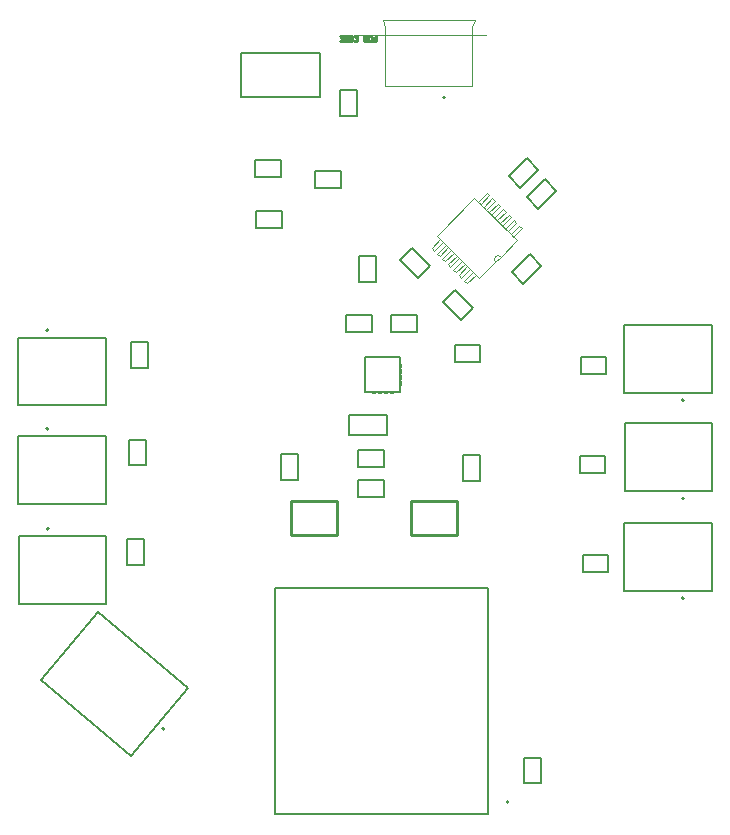
<source format=gbr>
%TF.GenerationSoftware,Altium Limited,Altium Designer,20.0.13 (296)*%
G04 Layer_Color=16711935*
%FSLAX45Y45*%
%MOMM*%
%TF.FileFunction,Other,Mechanical_13*%
%TF.Part,Single*%
G01*
G75*
%TA.AperFunction,NonConductor*%
%ADD65C,0.20000*%
%ADD66C,0.12700*%
%ADD67C,0.10000*%
%ADD92C,0.25400*%
%ADD112C,0.00000*%
D65*
X13091000Y8770300D02*
G03*
X13091000Y8770300I-10000J0D01*
G01*
X13094080Y7940560D02*
G03*
X13094080Y7940560I-10000J0D01*
G01*
X13091000Y7093900D02*
G03*
X13091000Y7093900I-10000J0D01*
G01*
X7710740Y9365300D02*
G03*
X7710740Y9365300I-10000J0D01*
G01*
X7710200Y8529640D02*
G03*
X7710200Y8529640I-10000J0D01*
G01*
X7715280Y7683820D02*
G03*
X7715280Y7683820I-10000J0D01*
G01*
X11607405Y5371540D02*
G03*
X11607405Y5371540I-10000J0D01*
G01*
X11070260Y11335000D02*
G03*
X11070260Y11335000I-10000J0D01*
G01*
X8693985Y5990039D02*
G03*
X8693985Y5990039I-10000J0D01*
G01*
D66*
X12586000Y8832800D02*
X13325999D01*
Y9407800D01*
X12586000D02*
X13325999D01*
X12586000Y8832800D02*
Y9407800D01*
X12589080Y8003060D02*
X13329080D01*
Y8578060D01*
X12589080D02*
X13329080D01*
X12589080Y8003060D02*
Y8578060D01*
X12586000Y7156400D02*
X13325999D01*
Y7731400D01*
X12586000D02*
X13325999D01*
X12586000Y7156400D02*
Y7731400D01*
X7455740Y9302800D02*
X8195740D01*
X7455740Y8727800D02*
Y9302800D01*
Y8727800D02*
X8195740D01*
Y9302800D01*
X7455200Y8467140D02*
X8195200D01*
X7455200Y7892140D02*
Y8467140D01*
Y7892140D02*
X8195200D01*
Y8467140D01*
X7460280Y7621320D02*
X8200280D01*
X7460280Y7046320D02*
Y7621320D01*
Y7046320D02*
X8200280D01*
Y7621320D01*
X9632405Y5265540D02*
X11432405D01*
X9632405D02*
Y7185540D01*
X11432405D01*
Y5265540D02*
Y7185540D01*
X9338860Y11337980D02*
Y11709980D01*
X10010860D01*
Y11337980D02*
Y11709980D01*
X9338860Y11337980D02*
X10010860D01*
X10578400Y8644800D02*
X10578400Y8474800D01*
X10258400Y8644800D02*
X10258401Y8474800D01*
X10578400Y8474800D01*
X10258400Y8644800D02*
X10578400Y8644800D01*
X10391140Y8841740D02*
X10690860D01*
Y9141460D01*
X10391140D02*
X10690860D01*
X10391140Y8841740D02*
Y9141460D01*
X11149820Y9097400D02*
X11149820Y9241400D01*
X11369820Y9097400D02*
X11369820Y9241400D01*
X11149820Y9097400D02*
X11369820D01*
X11149820Y9241400D02*
X11369820D01*
X10447800Y9351400D02*
X10447800Y9495400D01*
X10227800Y9351400D02*
X10227800Y9495400D01*
X10447800D01*
X10227800Y9351400D02*
X10447800D01*
X10329400Y7954400D02*
X10329400Y8098400D01*
X10549400Y7954400D02*
X10549400Y8098400D01*
X10329400Y7954400D02*
X10549400D01*
X10329400Y8098400D02*
X10549400D01*
X10342000Y9770600D02*
X10486000Y9770600D01*
X10342000Y9990600D02*
X10486000Y9990600D01*
Y9770600D02*
Y9990600D01*
X10342000Y9770600D02*
Y9990600D01*
X10608800Y9351400D02*
X10608800Y9495400D01*
X10828800Y9351400D02*
X10828800Y9495400D01*
X10608800Y9351400D02*
X10828800D01*
X10608800Y9495400D02*
X10828800D01*
X10329400Y8208400D02*
X10329400Y8352400D01*
X10549400Y8208400D02*
X10549400Y8352400D01*
X10329400Y8208400D02*
X10549400D01*
X10329400Y8352400D02*
X10549400D01*
X8413047Y5760491D02*
X8895137Y6335024D01*
X7647002Y6403278D02*
X8413047Y5760491D01*
X7647002Y6403278D02*
X8129093Y6977811D01*
X8895137Y6335024D01*
X11634335Y9853730D02*
X11733330Y9754735D01*
X11787070Y10006465D02*
X11886065Y9907470D01*
X11733330Y9754735D02*
X11886065Y9907470D01*
X11634335Y9853730D02*
X11787070Y10006465D01*
X10842190Y9808075D02*
X10941185Y9907070D01*
X10689455Y9960810D02*
X10788450Y10059805D01*
X10941185Y9907070D01*
X10689455Y9960810D02*
X10842190Y9808075D01*
X11205410Y9449647D02*
X11307233Y9551470D01*
X11049847Y9605210D02*
X11151670Y9707033D01*
X11049847Y9605210D02*
X11205410Y9449647D01*
X11151670Y9707033D02*
X11307233Y9551470D01*
X11761335Y10488730D02*
X11860330Y10389735D01*
X11914070Y10641465D02*
X12013065Y10542470D01*
X11860330Y10389735D02*
X12013065Y10542470D01*
X11761335Y10488730D02*
X11914070Y10641465D01*
X11608935Y10666530D02*
X11707930Y10567535D01*
X11761670Y10819265D02*
X11860665Y10720270D01*
X11707930Y10567535D02*
X11860665Y10720270D01*
X11608935Y10666530D02*
X11761670Y10819265D01*
X8395820Y8436660D02*
X8395820Y8220660D01*
X8535820Y8436660D02*
X8535820Y8220660D01*
X8395820Y8436660D02*
X8535820Y8436660D01*
X8395820Y8220660D02*
X8535820Y8220660D01*
X8411060Y9048700D02*
Y9264700D01*
X8551060Y9048700D02*
Y9264700D01*
X8411060D02*
X8551060D01*
X8411060Y9048700D02*
X8551060D01*
X8378040Y7593380D02*
X8378040Y7377380D01*
X8518040Y7593380D02*
X8518040Y7377380D01*
X8378040Y7593380D02*
X8518040Y7593380D01*
X8378040Y7377380D02*
X8518040Y7377380D01*
X12219100Y9137800D02*
X12435100D01*
X12219100Y8997800D02*
X12435100D01*
Y9137800D01*
X12219100Y8997800D02*
Y9137800D01*
X12236400Y7461400D02*
X12452400Y7461400D01*
X12236400Y7321400D02*
X12452400Y7321400D01*
X12452400Y7461400D01*
X12236400Y7321400D02*
X12236400Y7461400D01*
X12211000Y8299600D02*
X12427000D01*
X12211000Y8159600D02*
X12427000D01*
Y8299600D01*
X12211000Y8159600D02*
Y8299600D01*
X10176900Y11395220D02*
X10320900D01*
X10176900Y11175220D02*
X10320900D01*
Y11395220D01*
X10176900Y11175220D02*
Y11395220D01*
X9968660Y10570060D02*
Y10710060D01*
X10184660Y10570060D02*
Y10710060D01*
X9968660Y10570060D02*
X10184660D01*
X9968660Y10710060D02*
X10184660D01*
X9468340Y10232780D02*
X9688340D01*
X9468340Y10376780D02*
X9688340D01*
Y10232780D02*
Y10376780D01*
X9468340Y10232780D02*
Y10376780D01*
X9462360Y10662040D02*
X9682360D01*
X9462360Y10806040D02*
X9682360D01*
Y10662040D02*
Y10806040D01*
X9462360Y10662040D02*
Y10806040D01*
X9681600Y8314200D02*
X9825600D01*
X9681600Y8094200D02*
X9825600D01*
Y8314200D01*
X9681600Y8094200D02*
Y8314200D01*
X11741000Y5530800D02*
X11881000D01*
X11741000Y5746800D02*
X11881000D01*
Y5530800D02*
Y5746800D01*
X11741000Y5530800D02*
Y5746800D01*
X11223380Y8306580D02*
X11367380D01*
X11223380Y8086580D02*
X11367380D01*
Y8306580D01*
X11223380Y8086580D02*
Y8306580D01*
D67*
X10310260Y11860000D02*
X11420260D01*
X10540260Y11990000D02*
X10560260Y11936000D01*
X11300260Y11435000D02*
Y11936000D01*
X10540260Y11990000D02*
X11320260D01*
X10560260Y11435000D02*
Y11936000D01*
Y11435000D02*
X11300260D01*
Y11936000D02*
X11320260Y11990000D01*
D92*
X9761800Y7627400D02*
X10151800D01*
X9761800Y7917400D02*
X10151800D01*
X9761800Y7627400D02*
Y7917400D01*
Y7627400D02*
X10151800D01*
Y7917400D01*
X9761800D02*
X10151800D01*
X10777800D02*
X11167800D01*
X10777800Y7627400D02*
X11167800D01*
Y7917400D01*
X10777800D02*
X11167800D01*
X10777800Y7627400D02*
Y7917400D01*
Y7627400D02*
X11167800D01*
X10488706Y11855494D02*
Y11814724D01*
X10468321D01*
X10461526Y11821519D01*
Y11835109D01*
X10468321Y11841904D01*
X10488706D01*
X10420755Y11821519D02*
X10427550Y11814724D01*
X10441141D01*
X10447936Y11821519D01*
Y11848699D01*
X10441141Y11855494D01*
X10427550D01*
X10420755Y11848699D01*
X10407165Y11814724D02*
Y11855494D01*
X10386780D01*
X10379985Y11848699D01*
Y11841904D01*
X10386780Y11835109D01*
X10407165D01*
X10386780D01*
X10379985Y11828314D01*
Y11821519D01*
X10386780Y11814724D01*
X10407165D01*
X10298444D02*
X10325625D01*
Y11855494D01*
X10298444D01*
X10325625Y11835109D02*
X10312035D01*
X10284854Y11814724D02*
Y11855494D01*
X10264469D01*
X10257674Y11848699D01*
Y11821519D01*
X10264469Y11814724D01*
X10284854D01*
X10216904Y11821519D02*
X10223699Y11814724D01*
X10237289D01*
X10244084Y11821519D01*
Y11848699D01*
X10237289Y11855494D01*
X10223699D01*
X10216904Y11848699D01*
Y11835109D01*
X10230494D01*
X10176134Y11814724D02*
X10203314D01*
Y11855494D01*
X10176134D01*
X10203314Y11835109D02*
X10189724D01*
D112*
X11539718Y9986707D02*
G03*
X11496613Y9943602I-21553J-21553D01*
G01*
X10629900Y9141460D02*
Y9146540D01*
X10601960D02*
X10629900D01*
X10601960Y9141460D02*
Y9146540D01*
Y9141460D02*
X10629900D01*
X10581640D02*
Y9146540D01*
X10551160D02*
X10581640D01*
X10551160Y9141460D02*
Y9146540D01*
Y9141460D02*
X10581640D01*
X10530840D02*
Y9146540D01*
X10500360D02*
X10530840D01*
X10500360Y9141460D02*
Y9146540D01*
Y9141460D02*
X10530840D01*
X10480040D02*
Y9146540D01*
X10452100D02*
X10480040D01*
X10452100Y9141460D02*
Y9146540D01*
Y9141460D02*
X10480040D01*
X10386060Y9080500D02*
X10391140D01*
X10386060Y9052560D02*
Y9080500D01*
Y9052560D02*
X10391140D01*
Y9080500D01*
X10386060Y9032240D02*
X10391140D01*
X10386060Y9001760D02*
Y9032240D01*
Y9001760D02*
X10391140D01*
Y9032240D01*
X10386060Y8981440D02*
X10391140D01*
X10386060Y8950960D02*
Y8981440D01*
Y8950960D02*
X10391140D01*
Y8981440D01*
X10386060Y8902700D02*
X10391140D01*
Y8930640D01*
X10452100Y8836660D02*
Y8841740D01*
Y8836660D02*
X10480040D01*
Y8841740D01*
X10452100D02*
X10480040D01*
X10500360Y8836660D02*
Y8841740D01*
Y8836660D02*
X10530840D01*
Y8841740D01*
X10500360D02*
X10530840D01*
X10551160Y8836660D02*
Y8841740D01*
Y8836660D02*
X10581640D01*
Y8841740D01*
X10551160D02*
X10581640D01*
X10601960Y8836660D02*
Y8841740D01*
Y8836660D02*
X10629900D01*
Y8841740D01*
X10601960D02*
X10629900D01*
X10690860Y8902700D02*
X10695940D01*
Y8930640D01*
X10690860D02*
X10695940D01*
X10690860Y8902700D02*
Y8930640D01*
Y8950960D02*
X10695940D01*
Y8981440D01*
X10690860D02*
X10695940D01*
X10690860Y8950960D02*
Y8981440D01*
Y9001760D02*
X10695940D01*
Y9032240D01*
X10690860D02*
X10695940D01*
X10690860Y9001760D02*
Y9032240D01*
Y9052560D02*
X10695940D01*
Y9080500D01*
X10690860D02*
X10695940D01*
X10690860Y9052560D02*
Y9080500D01*
X11318803Y10484214D02*
X11678014Y10125003D01*
X11539718Y9986708D02*
X11678014Y10125003D01*
X11496612Y9943602D02*
X11539718Y9986708D01*
X11358317Y9805306D02*
X11496612Y9943602D01*
X10999106Y10164517D02*
X11358317Y9805306D01*
X10999106Y10164517D02*
X11318803Y10484214D01*
X11254145Y9762201D02*
X11327784Y9835839D01*
X11232593Y9783754D02*
X11254145Y9762201D01*
X11232593Y9783754D02*
X11306231Y9857392D01*
X11327784Y9835839D01*
X11207449Y9808898D02*
X11281087Y9882537D01*
X11185896Y9830451D02*
X11207449Y9808898D01*
X11185896Y9830451D02*
X11259534Y9904089D01*
X11281087Y9882537D01*
X11162547Y9853799D02*
X11236186Y9927437D01*
X11140994Y9875352D02*
X11162547Y9853799D01*
X11140994Y9875352D02*
X11214632Y9948990D01*
X11236186Y9927437D01*
X11115850Y9900497D02*
X11189487Y9974135D01*
X11094297Y9922049D02*
X11115850Y9900497D01*
X11094297Y9922049D02*
X11167935Y9995688D01*
X11189487Y9974135D01*
X11069153Y9947194D02*
X11142791Y10020832D01*
X11047600Y9968747D02*
X11069153Y9947194D01*
X11047600Y9968747D02*
X11121237Y10042385D01*
X11142791Y10020832D01*
X11024251Y9992096D02*
X11097889Y10065733D01*
X11002699Y10013648D02*
X11024251Y9992096D01*
X11002699Y10013648D02*
X11076336Y10087287D01*
X11097889Y10065733D01*
X10977554Y10038793D02*
X11051192Y10112431D01*
X10956001Y10060346D02*
X10977554Y10038793D01*
X10956001Y10060346D02*
X11029639Y10133984D01*
X11051192Y10112431D01*
X11349336Y10453681D02*
X11422975Y10527319D01*
X11444527Y10505766D01*
X11370889Y10432128D02*
X11444527Y10505766D01*
X11349336Y10453681D02*
X11370889Y10432128D01*
X11396033Y10406983D02*
X11469671Y10480622D01*
X11491224Y10459069D01*
X11417586Y10385431D02*
X11491224Y10459069D01*
X11396033Y10406983D02*
X11417586Y10385431D01*
X11440934Y10362083D02*
X11514573Y10435721D01*
X11536126Y10414168D01*
X11462488Y10340530D02*
X11536126Y10414168D01*
X11440934Y10362083D02*
X11462488Y10340530D01*
X11487633Y10315384D02*
X11561270Y10389023D01*
X11582823Y10367471D01*
X11509185Y10293832D02*
X11582823Y10367471D01*
X11487633Y10315384D02*
X11509185Y10293832D01*
X11534329Y10268688D02*
X11607967Y10342326D01*
X11629520Y10320773D01*
X11555883Y10247135D02*
X11629520Y10320773D01*
X11534329Y10268688D02*
X11555883Y10247135D01*
X11579231Y10223787D02*
X11652869Y10297424D01*
X11674421Y10275872D01*
X11600784Y10202233D02*
X11674421Y10275872D01*
X11579231Y10223787D02*
X11600784Y10202233D01*
X11625928Y10177089D02*
X11699566Y10250727D01*
X11721119Y10229174D01*
X11647481Y10155536D02*
X11721119Y10229174D01*
X11625928Y10177089D02*
X11647481Y10155536D01*
%TF.MD5,eef70766ef7bf1cde861242165505b2e*%
M02*

</source>
